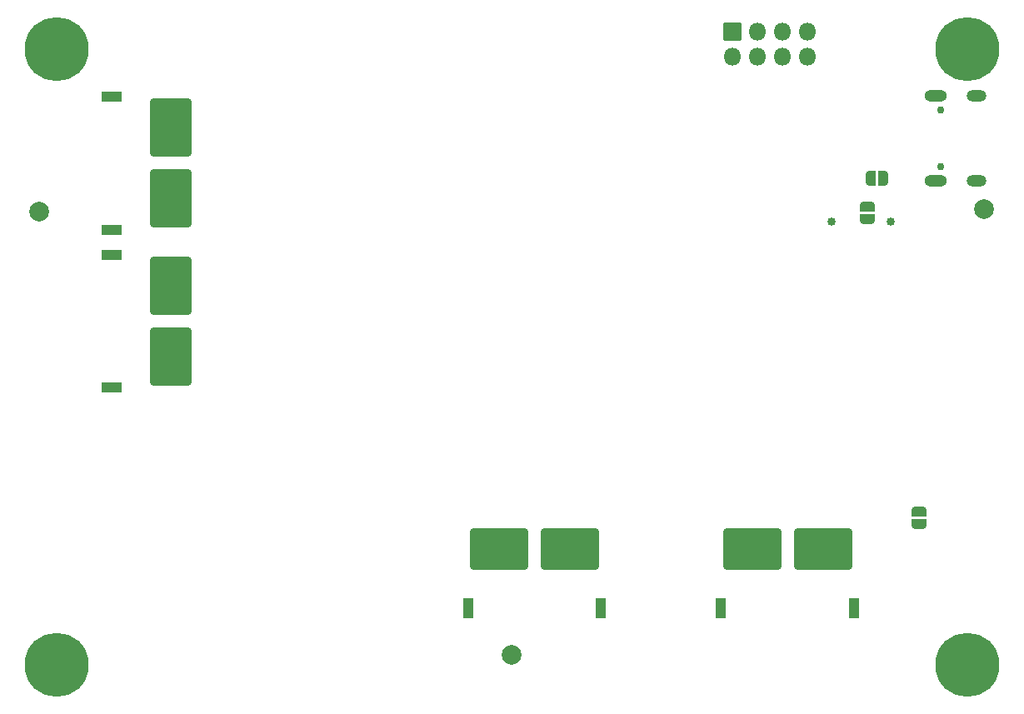
<source format=gbr>
%TF.GenerationSoftware,KiCad,Pcbnew,8.0.5*%
%TF.CreationDate,2024-12-17T17:43:05+01:00*%
%TF.ProjectId,ElonMux,456c6f6e-4d75-4782-9e6b-696361645f70,1.1*%
%TF.SameCoordinates,Original*%
%TF.FileFunction,Soldermask,Bot*%
%TF.FilePolarity,Negative*%
%FSLAX46Y46*%
G04 Gerber Fmt 4.6, Leading zero omitted, Abs format (unit mm)*
G04 Created by KiCad (PCBNEW 8.0.5) date 2024-12-17 17:43:05*
%MOMM*%
%LPD*%
G01*
G04 APERTURE LIST*
G04 Aperture macros list*
%AMRoundRect*
0 Rectangle with rounded corners*
0 $1 Rounding radius*
0 $2 $3 $4 $5 $6 $7 $8 $9 X,Y pos of 4 corners*
0 Add a 4 corners polygon primitive as box body*
4,1,4,$2,$3,$4,$5,$6,$7,$8,$9,$2,$3,0*
0 Add four circle primitives for the rounded corners*
1,1,$1+$1,$2,$3*
1,1,$1+$1,$4,$5*
1,1,$1+$1,$6,$7*
1,1,$1+$1,$8,$9*
0 Add four rect primitives between the rounded corners*
20,1,$1+$1,$2,$3,$4,$5,0*
20,1,$1+$1,$4,$5,$6,$7,0*
20,1,$1+$1,$6,$7,$8,$9,0*
20,1,$1+$1,$8,$9,$2,$3,0*%
%AMFreePoly0*
4,1,35,0.535355,0.785355,0.550000,0.750000,0.550000,-0.750000,0.535355,-0.785355,0.500000,-0.800000,0.000000,-0.800000,-0.012286,-0.794911,-0.071157,-0.794911,-0.085244,-0.792886,-0.221795,-0.752791,-0.234740,-0.746879,-0.354462,-0.669938,-0.365217,-0.660618,-0.458414,-0.553063,-0.466109,-0.541091,-0.525228,-0.411637,-0.529237,-0.397982,-0.549491,-0.257116,-0.550000,-0.250000,-0.550000,0.250000,
-0.549491,0.257116,-0.529237,0.397982,-0.525228,0.411637,-0.466109,0.541091,-0.458414,0.553063,-0.365217,0.660618,-0.354462,0.669938,-0.234740,0.746879,-0.221795,0.752791,-0.085244,0.792886,-0.071157,0.794911,-0.012286,0.794911,0.000000,0.800000,0.500000,0.800000,0.535355,0.785355,0.535355,0.785355,$1*%
%AMFreePoly1*
4,1,35,0.012286,0.794911,0.071157,0.794911,0.085244,0.792886,0.221795,0.752791,0.234740,0.746879,0.354462,0.669938,0.365217,0.660618,0.458414,0.553063,0.466109,0.541091,0.525228,0.411637,0.529237,0.397982,0.549491,0.257116,0.550000,0.250000,0.550000,-0.250000,0.549491,-0.257116,0.529237,-0.397982,0.525228,-0.411637,0.466109,-0.541091,0.458414,-0.553063,0.365217,-0.660618,
0.354462,-0.669938,0.234740,-0.746879,0.221795,-0.752791,0.085244,-0.792886,0.071157,-0.794911,0.012286,-0.794911,0.000000,-0.800000,-0.500000,-0.800000,-0.535355,-0.785355,-0.550000,-0.750000,-0.550000,0.750000,-0.535355,0.785355,-0.500000,0.800000,0.000000,0.800000,0.012286,0.794911,0.012286,0.794911,$1*%
G04 Aperture macros list end*
%ADD10RoundRect,0.425000X2.550000X1.700000X-2.550000X1.700000X-2.550000X-1.700000X2.550000X-1.700000X0*%
%ADD11RoundRect,0.050000X0.450000X1.000000X-0.450000X1.000000X-0.450000X-1.000000X0.450000X-1.000000X0*%
%ADD12RoundRect,0.425000X1.700000X-2.550000X1.700000X2.550000X-1.700000X2.550000X-1.700000X-2.550000X0*%
%ADD13RoundRect,0.100000X0.950000X-0.400000X0.950000X0.400000X-0.950000X0.400000X-0.950000X-0.400000X0*%
%ADD14C,0.750000*%
%ADD15O,2.304000X1.204000*%
%ADD16O,2.004000X1.204000*%
%ADD17C,0.900000*%
%ADD18C,6.500000*%
%ADD19RoundRect,0.100000X0.400000X0.950000X-0.400000X0.950000X-0.400000X-0.950000X0.400000X-0.950000X0*%
%ADD20C,0.850000*%
%ADD21RoundRect,0.050000X1.000000X-0.450000X1.000000X0.450000X-1.000000X0.450000X-1.000000X-0.450000X0*%
%ADD22RoundRect,0.050000X0.850000X-0.850000X0.850000X0.850000X-0.850000X0.850000X-0.850000X-0.850000X0*%
%ADD23O,1.800000X1.800000*%
%ADD24C,2.000000*%
%ADD25FreePoly0,90.000000*%
%ADD26FreePoly1,90.000000*%
%ADD27FreePoly0,0.000000*%
%ADD28FreePoly1,0.000000*%
G04 APERTURE END LIST*
D10*
%TO.C,J504*%
X187945000Y-109298957D03*
X195145000Y-109298957D03*
D11*
X198295000Y-115298957D03*
X184795000Y-115298957D03*
%TD*%
D12*
%TO.C,J503*%
X128850000Y-73650000D03*
X128850000Y-66450000D03*
D13*
X122850000Y-76800000D03*
X122850000Y-63300000D03*
%TD*%
D14*
%TO.C,J1002*%
X207070000Y-70440000D03*
X207070000Y-64660000D03*
D15*
X206570000Y-71870000D03*
X206570000Y-63230000D03*
D16*
X210750000Y-71870000D03*
X210750000Y-63230000D03*
%TD*%
D17*
%TO.C,H1203*%
X207427944Y-121052944D03*
X208130888Y-119355888D03*
X208130888Y-122750000D03*
X209827944Y-118652944D03*
D18*
X209827944Y-121052944D03*
D17*
X209827944Y-123452944D03*
X211525000Y-119355888D03*
X211525000Y-122750000D03*
X212227944Y-121052944D03*
%TD*%
D10*
%TO.C,J501*%
X169451394Y-109280000D03*
X162251394Y-109280000D03*
D19*
X172601394Y-115280000D03*
X159101394Y-115280000D03*
%TD*%
D17*
%TO.C,H1202*%
X114862500Y-121000000D03*
X115565444Y-119302944D03*
X115565444Y-122697056D03*
X117262500Y-118600000D03*
D18*
X117262500Y-121000000D03*
D17*
X117262500Y-123400000D03*
X118959556Y-119302944D03*
X118959556Y-122697056D03*
X119662500Y-121000000D03*
%TD*%
D20*
%TO.C,S402*%
X202025000Y-76000000D03*
%TD*%
D17*
%TO.C,H1201*%
X207427944Y-58447056D03*
X208130888Y-56750000D03*
X208130888Y-60144112D03*
X209827944Y-56047056D03*
D18*
X209827944Y-58447056D03*
D17*
X209827944Y-60847056D03*
X211525000Y-56750000D03*
X211525000Y-60144112D03*
X212227944Y-58447056D03*
%TD*%
D12*
%TO.C,J502*%
X128850000Y-82500000D03*
X128850000Y-89700000D03*
D21*
X122850000Y-92850000D03*
X122850000Y-79350000D03*
%TD*%
D20*
%TO.C,S401*%
X196025000Y-76000000D03*
%TD*%
D22*
%TO.C,J1003*%
X185905000Y-56710000D03*
D23*
X185905000Y-59250000D03*
X188445000Y-56710000D03*
X188445000Y-59250000D03*
X190985000Y-56710000D03*
X190985000Y-59250000D03*
X193525000Y-56710000D03*
X193525000Y-59250000D03*
%TD*%
D17*
%TO.C,H1204*%
X114847056Y-58497056D03*
X115550000Y-56800000D03*
X115550000Y-60194112D03*
X117247056Y-56097056D03*
D18*
X117247056Y-58497056D03*
D17*
X117247056Y-60897056D03*
X118944112Y-56800000D03*
X118944112Y-60194112D03*
X119647056Y-58497056D03*
%TD*%
D24*
%TO.C,FM1206*%
X115500000Y-75000000D03*
%TD*%
%TO.C,FM1205*%
X163500000Y-120000000D03*
%TD*%
D25*
%TO.C,JP402*%
X199650000Y-75750000D03*
D26*
X199650000Y-74450000D03*
%TD*%
D25*
%TO.C,JP701*%
X204900000Y-106750000D03*
D26*
X204900000Y-105450000D03*
%TD*%
D24*
%TO.C,FM1204*%
X211500000Y-74750000D03*
%TD*%
D27*
%TO.C,JP401*%
X200000000Y-71550000D03*
D28*
X201300000Y-71550000D03*
%TD*%
M02*

</source>
